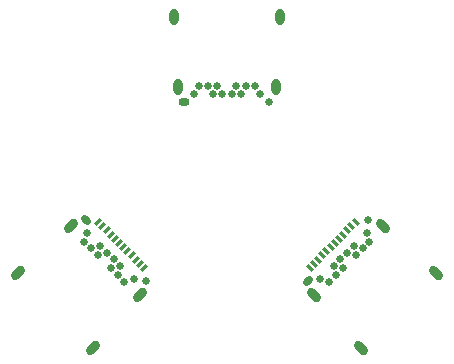
<source format=gbr>
%TF.GenerationSoftware,KiCad,Pcbnew,9.0.4*%
%TF.CreationDate,2025-08-23T22:47:15-04:00*%
%TF.ProjectId,usbc-data-splitter,75736263-2d64-4617-9461-2d73706c6974,rev?*%
%TF.SameCoordinates,Original*%
%TF.FileFunction,Soldermask,Bot*%
%TF.FilePolarity,Negative*%
%FSLAX46Y46*%
G04 Gerber Fmt 4.6, Leading zero omitted, Abs format (unit mm)*
G04 Created by KiCad (PCBNEW 9.0.4) date 2025-08-23 22:47:15*
%MOMM*%
%LPD*%
G01*
G04 APERTURE LIST*
G04 Aperture macros list*
%AMHorizOval*
0 Thick line with rounded ends*
0 $1 width*
0 $2 $3 position (X,Y) of the first rounded end (center of the circle)*
0 $4 $5 position (X,Y) of the second rounded end (center of the circle)*
0 Add line between two ends*
20,1,$1,$2,$3,$4,$5,0*
0 Add two circle primitives to create the rounded ends*
1,1,$1,$2,$3*
1,1,$1,$4,$5*%
%AMRotRect*
0 Rectangle, with rotation*
0 The origin of the aperture is its center*
0 $1 length*
0 $2 width*
0 $3 Rotation angle, in degrees counterclockwise*
0 Add horizontal line*
21,1,$1,$2,0,0,$3*%
G04 Aperture macros list end*
%ADD10C,0.650000*%
%ADD11O,0.950000X0.650000*%
%ADD12O,0.800000X1.400000*%
%ADD13HorizOval,0.650000X-0.106066X0.106066X0.106066X-0.106066X0*%
%ADD14RotRect,0.300000X0.700000X135.000000*%
%ADD15HorizOval,0.800000X0.212132X0.212132X-0.212132X-0.212132X0*%
%ADD16HorizOval,0.650000X-0.106066X-0.106066X0.106066X0.106066X0*%
%ADD17RotRect,0.300000X0.700000X225.000000*%
%ADD18HorizOval,0.800000X-0.212132X0.212132X0.212132X-0.212132X0*%
G04 APERTURE END LIST*
D10*
%TO.C,P1*%
X130650000Y-93060000D03*
D11*
X123450000Y-93060000D03*
D10*
X124250000Y-92410000D03*
X124650000Y-91710000D03*
X125450000Y-91710000D03*
X125850000Y-92410000D03*
X126250000Y-91710000D03*
X126650000Y-92410000D03*
X127450000Y-92410000D03*
X127850000Y-91710000D03*
X128250000Y-92410000D03*
X128650000Y-91710000D03*
X129450000Y-91710000D03*
X129850000Y-92410000D03*
D12*
X131540000Y-85860000D03*
X131180000Y-91810000D03*
X122920000Y-91810000D03*
X122560000Y-85860000D03*
%TD*%
D10*
%TO.C,J1*%
X120178570Y-108162599D03*
D13*
X115087401Y-103071430D03*
D14*
X120044220Y-107094868D03*
X119690666Y-106741314D03*
X119337113Y-106387761D03*
X118983560Y-106034207D03*
X118630006Y-105680654D03*
X118276453Y-105327101D03*
X117922899Y-104973547D03*
X117569346Y-104619994D03*
X117215793Y-104266440D03*
X116862239Y-103912887D03*
X116508686Y-103559334D03*
X116155132Y-103205780D03*
D10*
X115193467Y-104096735D03*
X114981335Y-104874552D03*
X115547021Y-105440238D03*
X116324838Y-105228106D03*
X116112706Y-106005923D03*
X116890523Y-105793791D03*
X117456209Y-106359477D03*
X117244077Y-107137294D03*
X118021894Y-106925162D03*
X117809762Y-107702979D03*
X118375448Y-108268665D03*
X119153265Y-108056533D03*
D15*
X115716726Y-113883093D03*
X119669453Y-109421249D03*
X113828751Y-103580547D03*
X109366907Y-107533274D03*
%TD*%
D10*
%TO.C,J2*%
X139012599Y-103071430D03*
D16*
X133921430Y-108162599D03*
D17*
X137944868Y-103205780D03*
X137591314Y-103559334D03*
X137237761Y-103912887D03*
X136884207Y-104266440D03*
X136530654Y-104619994D03*
X136177101Y-104973547D03*
X135823547Y-105327101D03*
X135469994Y-105680654D03*
X135116440Y-106034207D03*
X134762887Y-106387761D03*
X134409334Y-106741314D03*
X134055780Y-107094868D03*
D10*
X134946735Y-108056533D03*
X135724552Y-108268665D03*
X136290238Y-107702979D03*
X136078106Y-106925162D03*
X136855923Y-107137294D03*
X136643791Y-106359477D03*
X137209477Y-105793791D03*
X137987294Y-106005923D03*
X137775162Y-105228106D03*
X138552979Y-105440238D03*
X139118665Y-104874552D03*
X138906533Y-104096735D03*
D18*
X144733093Y-107533274D03*
X140271249Y-103580547D03*
X134430547Y-109421249D03*
X138383274Y-113883093D03*
%TD*%
M02*

</source>
